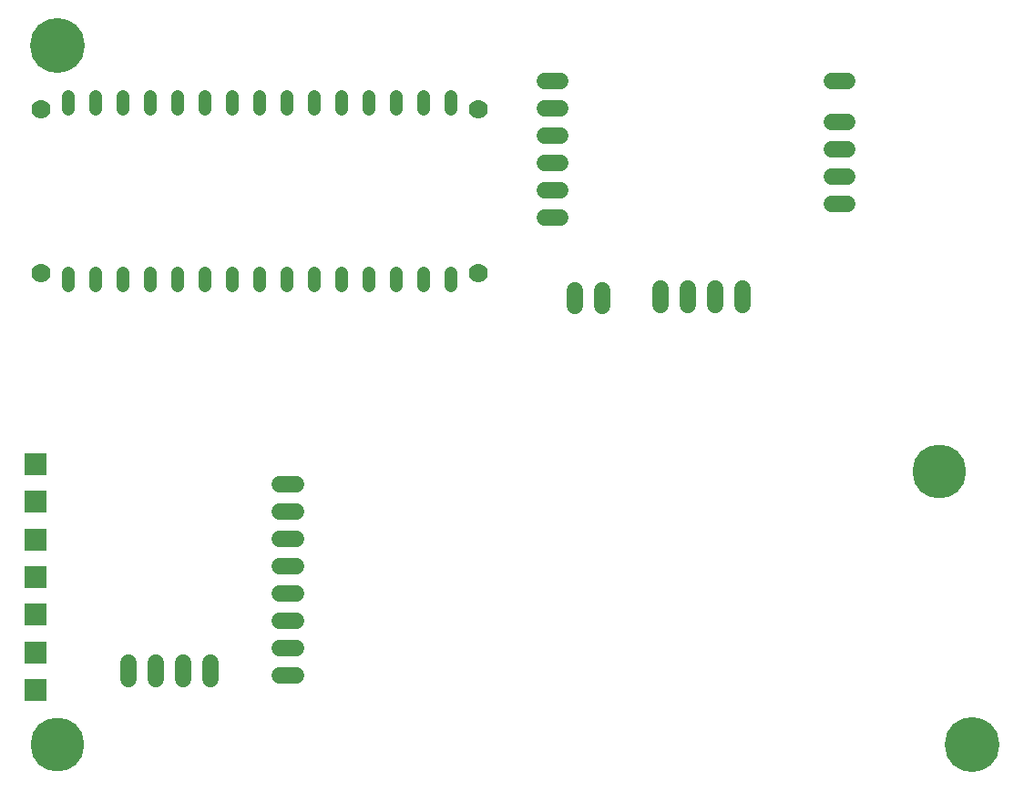
<source format=gbr>
G04 EAGLE Gerber RS-274X export*
G75*
%MOMM*%
%FSLAX34Y34*%
%LPD*%
%INSoldermask Top*%
%IPPOS*%
%AMOC8*
5,1,8,0,0,1.08239X$1,22.5*%
G01*
G04 Define Apertures*
%ADD10C,5.100000*%
%ADD11C,5.000000*%
%ADD12C,1.500000*%
%ADD13C,3.000000*%
%ADD14R,2.000000X2.000000*%
%ADD15C,1.778000*%
%ADD16C,1.200000*%
D10*
X50000Y700000D03*
X900000Y50000D03*
D11*
X50000Y50000D03*
X868964Y304000D03*
D12*
X271451Y215888D02*
X256451Y215888D01*
X256451Y139688D02*
X271451Y139688D01*
X271451Y165088D02*
X256451Y165088D01*
X256451Y190488D02*
X271451Y190488D01*
X271451Y114288D02*
X256451Y114288D01*
X256451Y241288D02*
X271451Y241288D01*
X271451Y266688D02*
X256451Y266688D01*
X256451Y292088D02*
X271451Y292088D01*
D13*
X49801Y50388D03*
D12*
X769000Y629613D02*
X784000Y629613D01*
X784000Y604113D02*
X769000Y604113D01*
X769000Y578613D02*
X784000Y578613D01*
X784000Y553113D02*
X769000Y553113D01*
X517260Y667300D02*
X502260Y667300D01*
X502260Y641900D02*
X517260Y641900D01*
X517260Y616500D02*
X502260Y616500D01*
X502260Y591100D02*
X517260Y591100D01*
X768960Y667300D02*
X783960Y667300D01*
X517260Y565700D02*
X502260Y565700D01*
X502260Y540300D02*
X517260Y540300D01*
X635360Y474000D02*
X635360Y459000D01*
X609960Y459000D02*
X609960Y474000D01*
X686160Y474000D02*
X686160Y459000D01*
X660760Y459000D02*
X660760Y474000D01*
X556300Y473000D02*
X556300Y458000D01*
X530900Y458000D02*
X530900Y473000D01*
X191900Y126200D02*
X191900Y111200D01*
X166500Y111200D02*
X166500Y126200D01*
X141100Y126200D02*
X141100Y111200D01*
X115700Y111200D02*
X115700Y126200D01*
D14*
X29000Y136000D03*
X29000Y171000D03*
X29000Y101000D03*
X29000Y311000D03*
X29000Y276000D03*
X29000Y241000D03*
X29000Y206000D03*
D15*
X34200Y488963D03*
D16*
X59600Y488963D02*
X59600Y476963D01*
X85000Y476963D02*
X85000Y488963D01*
X110400Y488963D02*
X110400Y476963D01*
X135800Y476963D02*
X135800Y488963D01*
X161200Y488963D02*
X161200Y476963D01*
X186600Y476963D02*
X186600Y488963D01*
X212000Y488963D02*
X212000Y476963D01*
X237400Y476963D02*
X237400Y488963D01*
X262800Y488963D02*
X262800Y476963D01*
X288200Y476963D02*
X288200Y488963D01*
X313600Y488963D02*
X313600Y476963D01*
X339000Y476963D02*
X339000Y488963D01*
X364400Y488963D02*
X364400Y476963D01*
X389800Y476963D02*
X389800Y488963D01*
X415200Y488963D02*
X415200Y476963D01*
X415200Y641363D02*
X415200Y653363D01*
X389800Y653363D02*
X389800Y641363D01*
X364400Y641363D02*
X364400Y653363D01*
X339000Y653363D02*
X339000Y641363D01*
X313600Y641363D02*
X313600Y653363D01*
X288200Y653363D02*
X288200Y641363D01*
X262800Y641363D02*
X262800Y653363D01*
X237400Y653363D02*
X237400Y641363D01*
X212000Y641363D02*
X212000Y653363D01*
X186600Y653363D02*
X186600Y641363D01*
X161200Y641363D02*
X161200Y653363D01*
X135800Y653363D02*
X135800Y641363D01*
X110400Y641363D02*
X110400Y653363D01*
X85000Y653363D02*
X85000Y641363D01*
X59600Y641363D02*
X59600Y653363D01*
D15*
X34200Y641363D03*
X440600Y641363D03*
X440600Y488963D03*
M02*

</source>
